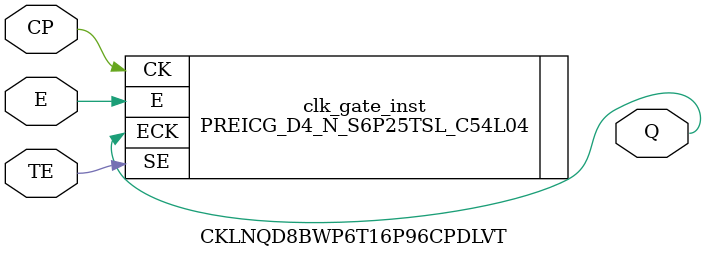
<source format=v>
module CKLNQD8BWP6T16P96CPDLVT (
    Q,
    CP,
    E,
    TE
);
    output Q;
    input CP, E, TE;

    PREICG_D4_N_S6P25TSL_C54L04 clk_gate_inst (
        .ECK(Q),
        .CK (CP),
        .E  (E),
        .SE (TE)
    );

endmodule
</source>
